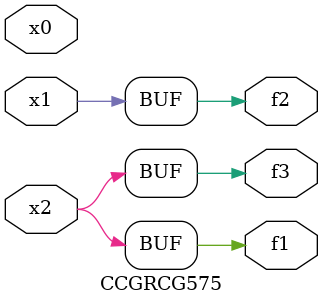
<source format=v>
module CCGRCG575(
	input x0, x1, x2,
	output f1, f2, f3
);
	assign f1 = x2;
	assign f2 = x1;
	assign f3 = x2;
endmodule

</source>
